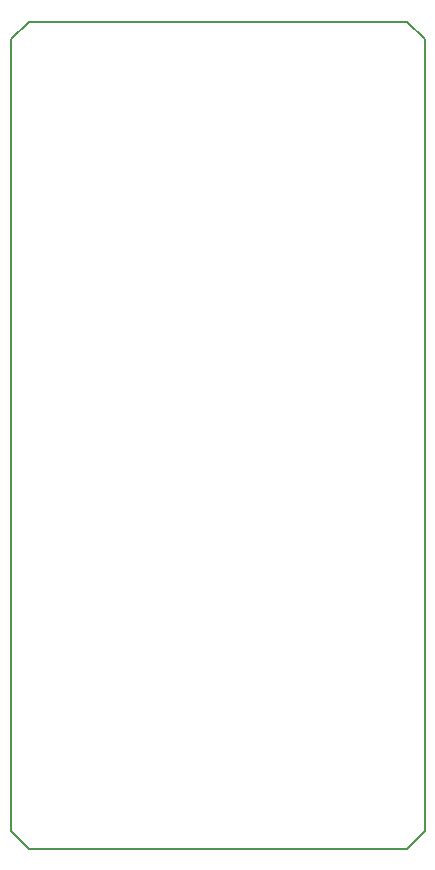
<source format=gbr>
G04 DesignSpark PCB PRO Gerber Version 10.0 Build 5299*
G04 #@! TF.Part,Single*
%FSLAX36Y36*%
%MOIN*%
%ADD26C,0.00500*%
G04 #@! TD.AperFunction*
X0Y0D02*
D02*
D26*
X43307Y62992D02*
Y2700787D01*
X102362Y2759843D01*
X1362205D01*
X1421260Y2700787D01*
Y62992D01*
X1362205Y3937D01*
X102362D01*
X43307Y62992D01*
X0Y0D02*
M02*

</source>
